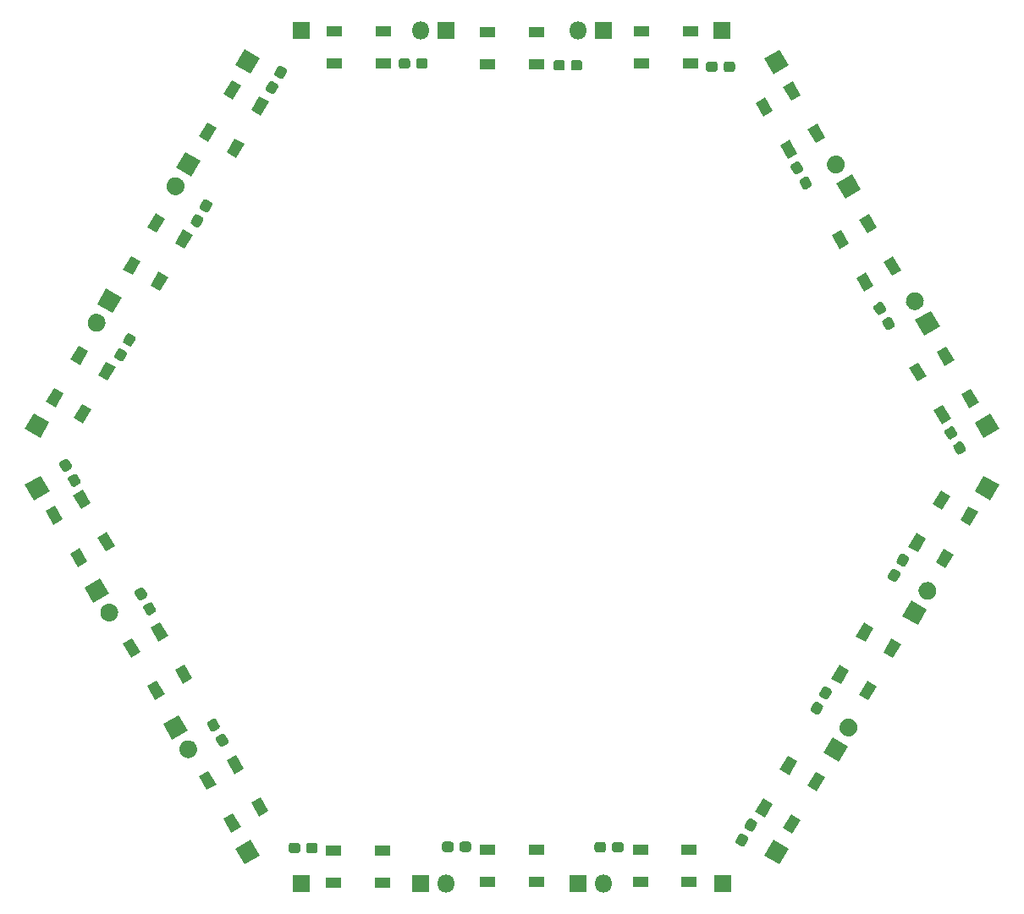
<source format=gts>
%TF.GenerationSoftware,KiCad,Pcbnew,(5.1.6-0-10_14)*%
%TF.CreationDate,2022-03-25T15:42:39-05:00*%
%TF.ProjectId,ws2812b_hexagon_BACKUP_20220323,77733238-3132-4625-9f68-657861676f6e,rev?*%
%TF.SameCoordinates,Original*%
%TF.FileFunction,Soldermask,Top*%
%TF.FilePolarity,Negative*%
%FSLAX46Y46*%
G04 Gerber Fmt 4.6, Leading zero omitted, Abs format (unit mm)*
G04 Created by KiCad (PCBNEW (5.1.6-0-10_14)) date 2022-03-25 15:42:39*
%MOMM*%
%LPD*%
G01*
G04 APERTURE LIST*
%ADD10C,0.100000*%
%ADD11R,1.800000X1.800000*%
%ADD12O,1.800000X1.800000*%
%ADD13R,1.600000X1.100000*%
G04 APERTURE END LIST*
%TO.C,J22*%
G36*
G01*
X132067028Y-136326694D02*
X132067028Y-136326694D01*
G75*
G02*
X132396451Y-135097271I779423J450000D01*
G01*
X132396451Y-135097271D01*
G75*
G02*
X133625874Y-135426694I450000J-779423D01*
G01*
X133625874Y-135426694D01*
G75*
G02*
X133296451Y-136656117I-779423J-450000D01*
G01*
X133296451Y-136656117D01*
G75*
G02*
X132067028Y-136326694I-450000J779423D01*
G01*
G37*
D10*
G36*
X131247028Y-134906412D02*
G01*
X130347028Y-133347566D01*
X131905874Y-132447566D01*
X132805874Y-134006412D01*
X131247028Y-134906412D01*
G37*
%TD*%
D11*
%TO.C,J18*%
X171862651Y-149293748D03*
D12*
X174402651Y-149293748D03*
%TD*%
D11*
%TO.C,J17*%
X186284307Y-149292789D03*
%TD*%
%TO.C,J20*%
X144197683Y-149296615D03*
%TD*%
D10*
%TO.C,J21*%
G36*
X139117532Y-144936608D02*
G01*
X140017532Y-146495454D01*
X138458686Y-147395454D01*
X137558686Y-145836608D01*
X139117532Y-144936608D01*
G37*
%TD*%
%TO.C,J23*%
G36*
X123349802Y-121224811D02*
G01*
X122449802Y-119665965D01*
X124008648Y-118765965D01*
X124908648Y-120324811D01*
X123349802Y-121224811D01*
G37*
G36*
G01*
X124169802Y-122645093D02*
X124169802Y-122645093D01*
G75*
G02*
X124499225Y-121415670I779423J450000D01*
G01*
X124499225Y-121415670D01*
G75*
G02*
X125728648Y-121745093I450000J-779423D01*
G01*
X125728648Y-121745093D01*
G75*
G02*
X125399225Y-122974516I-779423J-450000D01*
G01*
X125399225Y-122974516D01*
G75*
G02*
X124169802Y-122645093I-450000J779423D01*
G01*
G37*
%TD*%
%TO.C,J24*%
G36*
X118070906Y-108490435D02*
G01*
X118970906Y-110049281D01*
X117412060Y-110949281D01*
X116512060Y-109390435D01*
X118070906Y-108490435D01*
G37*
%TD*%
%TO.C,D18*%
G36*
X121004174Y-116276594D02*
G01*
X121956802Y-115726594D01*
X122756802Y-117112234D01*
X121804174Y-117662234D01*
X121004174Y-116276594D01*
G37*
G36*
X123775456Y-114676594D02*
G01*
X124728084Y-114126594D01*
X125528084Y-115512234D01*
X124575456Y-116062234D01*
X123775456Y-114676594D01*
G37*
G36*
X118554174Y-112033070D02*
G01*
X119506802Y-111483070D01*
X120306802Y-112868710D01*
X119354174Y-113418710D01*
X118554174Y-112033070D01*
G37*
G36*
X121325456Y-110433070D02*
G01*
X122278084Y-109883070D01*
X123078084Y-111268710D01*
X122125456Y-111818710D01*
X121325456Y-110433070D01*
G37*
%TD*%
D12*
%TO.C,J19*%
X158605424Y-149292147D03*
D11*
X156065424Y-149292147D03*
%TD*%
D10*
%TO.C,D16*%
G36*
X136361597Y-142828579D02*
G01*
X137314225Y-142278579D01*
X138114225Y-143664219D01*
X137161597Y-144214219D01*
X136361597Y-142828579D01*
G37*
G36*
X139132879Y-141228579D02*
G01*
X140085507Y-140678579D01*
X140885507Y-142064219D01*
X139932879Y-142614219D01*
X139132879Y-141228579D01*
G37*
G36*
X133911597Y-138585055D02*
G01*
X134864225Y-138035055D01*
X135664225Y-139420695D01*
X134711597Y-139970695D01*
X133911597Y-138585055D01*
G37*
G36*
X136682879Y-136985055D02*
G01*
X137635507Y-136435055D01*
X138435507Y-137820695D01*
X137482879Y-138370695D01*
X136682879Y-136985055D01*
G37*
%TD*%
%TO.C,J14*%
G36*
G01*
X207584696Y-120473840D02*
X207584696Y-120473840D01*
G75*
G02*
X206355273Y-120803263I-779423J450000D01*
G01*
X206355273Y-120803263D01*
G75*
G02*
X206025850Y-119573840I450000J779423D01*
G01*
X206025850Y-119573840D01*
G75*
G02*
X207255273Y-119244417I779423J-450000D01*
G01*
X207255273Y-119244417D01*
G75*
G02*
X207584696Y-120473840I-450000J-779423D01*
G01*
G37*
G36*
X206764696Y-121894122D02*
G01*
X205864696Y-123452968D01*
X204305850Y-122552968D01*
X205205850Y-120994122D01*
X206764696Y-121894122D01*
G37*
%TD*%
%TO.C,J15*%
G36*
X198864696Y-135574121D02*
G01*
X197964696Y-137132967D01*
X196405850Y-136232967D01*
X197305850Y-134674121D01*
X198864696Y-135574121D01*
G37*
G36*
G01*
X199684696Y-134153839D02*
X199684696Y-134153839D01*
G75*
G02*
X198455273Y-134483262I-779423J450000D01*
G01*
X198455273Y-134483262D01*
G75*
G02*
X198125850Y-133253839I450000J779423D01*
G01*
X198125850Y-133253839D01*
G75*
G02*
X199355273Y-132924416I779423J-450000D01*
G01*
X199355273Y-132924416D01*
G75*
G02*
X199684696Y-134153839I-450000J-779423D01*
G01*
G37*
%TD*%
%TO.C,J13*%
G36*
X211515849Y-110062968D02*
G01*
X212415849Y-108504122D01*
X213974695Y-109404122D01*
X213074695Y-110962968D01*
X211515849Y-110062968D01*
G37*
%TD*%
%TO.C,D10*%
G36*
X205840947Y-116143126D02*
G01*
X204888319Y-115593126D01*
X205688319Y-114207486D01*
X206640947Y-114757486D01*
X205840947Y-116143126D01*
G37*
G36*
X208612229Y-117743126D02*
G01*
X207659601Y-117193126D01*
X208459601Y-115807486D01*
X209412229Y-116357486D01*
X208612229Y-117743126D01*
G37*
G36*
X208290947Y-111899602D02*
G01*
X207338319Y-111349602D01*
X208138319Y-109963962D01*
X209090947Y-110513962D01*
X208290947Y-111899602D01*
G37*
G36*
X211062229Y-113499602D02*
G01*
X210109601Y-112949602D01*
X210909601Y-111563962D01*
X211862229Y-112113962D01*
X211062229Y-113499602D01*
G37*
%TD*%
%TO.C,J16*%
G36*
X190475850Y-146512967D02*
G01*
X191375850Y-144954121D01*
X192934696Y-145854121D01*
X192034696Y-147412967D01*
X190475850Y-146512967D01*
G37*
%TD*%
%TO.C,D12*%
G36*
X195752228Y-140079602D02*
G01*
X194799600Y-139529602D01*
X195599600Y-138143962D01*
X196552228Y-138693962D01*
X195752228Y-140079602D01*
G37*
G36*
X192980946Y-138479602D02*
G01*
X192028318Y-137929602D01*
X192828318Y-136543962D01*
X193780946Y-137093962D01*
X192980946Y-138479602D01*
G37*
G36*
X193302228Y-144323126D02*
G01*
X192349600Y-143773126D01*
X193149600Y-142387486D01*
X194102228Y-142937486D01*
X193302228Y-144323126D01*
G37*
G36*
X190530946Y-142723126D02*
G01*
X189578318Y-142173126D01*
X190378318Y-140787486D01*
X191330946Y-141337486D01*
X190530946Y-142723126D01*
G37*
%TD*%
%TO.C,D11*%
G36*
X203362228Y-126729602D02*
G01*
X202409600Y-126179602D01*
X203209600Y-124793962D01*
X204162228Y-125343962D01*
X203362228Y-126729602D01*
G37*
G36*
X200590946Y-125129602D02*
G01*
X199638318Y-124579602D01*
X200438318Y-123193962D01*
X201390946Y-123743962D01*
X200590946Y-125129602D01*
G37*
G36*
X200912228Y-130973126D02*
G01*
X199959600Y-130423126D01*
X200759600Y-129037486D01*
X201712228Y-129587486D01*
X200912228Y-130973126D01*
G37*
G36*
X198140946Y-129373126D02*
G01*
X197188318Y-128823126D01*
X197988318Y-127437486D01*
X198940946Y-127987486D01*
X198140946Y-129373126D01*
G37*
%TD*%
%TO.C,D9*%
G36*
X209167678Y-102770211D02*
G01*
X208215050Y-103320211D01*
X207415050Y-101934571D01*
X208367678Y-101384571D01*
X209167678Y-102770211D01*
G37*
G36*
X211938960Y-101170211D02*
G01*
X210986332Y-101720211D01*
X210186332Y-100334571D01*
X211138960Y-99784571D01*
X211938960Y-101170211D01*
G37*
G36*
X206717678Y-98526687D02*
G01*
X205765050Y-99076687D01*
X204965050Y-97691047D01*
X205917678Y-97141047D01*
X206717678Y-98526687D01*
G37*
G36*
X209488960Y-96926687D02*
G01*
X208536332Y-97476687D01*
X207736332Y-96091047D01*
X208688960Y-95541047D01*
X209488960Y-96926687D01*
G37*
%TD*%
%TO.C,D7*%
G36*
X194125004Y-70377838D02*
G01*
X193172376Y-70927838D01*
X192372376Y-69542198D01*
X193325004Y-68992198D01*
X194125004Y-70377838D01*
G37*
G36*
X191353722Y-71977838D02*
G01*
X190401094Y-72527838D01*
X189601094Y-71142198D01*
X190553722Y-70592198D01*
X191353722Y-71977838D01*
G37*
G36*
X196575004Y-74621362D02*
G01*
X195622376Y-75171362D01*
X194822376Y-73785722D01*
X195775004Y-73235722D01*
X196575004Y-74621362D01*
G37*
G36*
X193803722Y-76221362D02*
G01*
X192851094Y-76771362D01*
X192051094Y-75385722D01*
X193003722Y-74835722D01*
X193803722Y-76221362D01*
G37*
%TD*%
%TO.C,J12*%
G36*
X212422227Y-104712847D02*
G01*
X211522227Y-103154001D01*
X213081073Y-102254001D01*
X213981073Y-103812847D01*
X212422227Y-104712847D01*
G37*
%TD*%
%TO.C,J9*%
G36*
X191375602Y-68266675D02*
G01*
X190475602Y-66707829D01*
X192034448Y-65807829D01*
X192934448Y-67366675D01*
X191375602Y-68266675D01*
G37*
%TD*%
%TO.C,J10*%
G36*
X199246106Y-78296870D02*
G01*
X200146106Y-79855716D01*
X198587260Y-80755716D01*
X197687260Y-79196870D01*
X199246106Y-78296870D01*
G37*
G36*
G01*
X198426106Y-76876588D02*
X198426106Y-76876588D01*
G75*
G02*
X198096683Y-78106011I-779423J-450000D01*
G01*
X198096683Y-78106011D01*
G75*
G02*
X196867260Y-77776588I-450000J779423D01*
G01*
X196867260Y-77776588D01*
G75*
G02*
X197196683Y-76547165I779423J450000D01*
G01*
X197196683Y-76547165D01*
G75*
G02*
X198426106Y-76876588I450000J-779423D01*
G01*
G37*
%TD*%
%TO.C,J11*%
G36*
G01*
X206323333Y-90558188D02*
X206323333Y-90558188D01*
G75*
G02*
X205993910Y-91787611I-779423J-450000D01*
G01*
X205993910Y-91787611D01*
G75*
G02*
X204764487Y-91458188I-450000J779423D01*
G01*
X204764487Y-91458188D01*
G75*
G02*
X205093910Y-90228765I779423J450000D01*
G01*
X205093910Y-90228765D01*
G75*
G02*
X206323333Y-90558188I450000J-779423D01*
G01*
G37*
G36*
X207143333Y-91978470D02*
G01*
X208043333Y-93537316D01*
X206484487Y-94437316D01*
X205584487Y-92878470D01*
X207143333Y-91978470D01*
G37*
%TD*%
%TO.C,D8*%
G36*
X201411238Y-89504759D02*
G01*
X200458610Y-90054759D01*
X199658610Y-88669119D01*
X200611238Y-88119119D01*
X201411238Y-89504759D01*
G37*
G36*
X204182520Y-87904759D02*
G01*
X203229892Y-88454759D01*
X202429892Y-87069119D01*
X203382520Y-86519119D01*
X204182520Y-87904759D01*
G37*
G36*
X198961238Y-85261235D02*
G01*
X198008610Y-85811235D01*
X197208610Y-84425595D01*
X198161238Y-83875595D01*
X198961238Y-85261235D01*
G37*
G36*
X201732520Y-83661235D02*
G01*
X200779892Y-84211235D01*
X199979892Y-82825595D01*
X200932520Y-82275595D01*
X201732520Y-83661235D01*
G37*
%TD*%
D12*
%TO.C,J6*%
X156074808Y-63896332D03*
D11*
X158614808Y-63896332D03*
%TD*%
%TO.C,J7*%
X174412035Y-63897933D03*
D12*
X171872035Y-63897933D03*
%TD*%
D11*
%TO.C,J5*%
X144193151Y-63897289D03*
%TD*%
D13*
%TO.C,D4*%
X152396174Y-67221819D03*
X152396174Y-64021819D03*
X147496174Y-67221819D03*
X147496174Y-64021819D03*
%TD*%
D11*
%TO.C,J8*%
X186279776Y-63893464D03*
%TD*%
D13*
%TO.C,D6*%
X178170130Y-63990669D03*
X178170130Y-67190669D03*
X183070130Y-63990669D03*
X183070130Y-67190669D03*
%TD*%
%TO.C,D5*%
X162803691Y-64075216D03*
X162803691Y-67275216D03*
X167703691Y-64075216D03*
X167703691Y-67275216D03*
%TD*%
D10*
%TO.C,D3*%
G36*
X139951525Y-70477244D02*
G01*
X140904153Y-71027244D01*
X140104153Y-72412884D01*
X139151525Y-71862884D01*
X139951525Y-70477244D01*
G37*
G36*
X137180243Y-68877244D02*
G01*
X138132871Y-69427244D01*
X137332871Y-70812884D01*
X136380243Y-70262884D01*
X137180243Y-68877244D01*
G37*
G36*
X137501525Y-74720768D02*
G01*
X138454153Y-75270768D01*
X137654153Y-76656408D01*
X136701525Y-76106408D01*
X137501525Y-74720768D01*
G37*
G36*
X134730243Y-73120768D02*
G01*
X135682871Y-73670768D01*
X134882871Y-75056408D01*
X133930243Y-74506408D01*
X134730243Y-73120768D01*
G37*
%TD*%
%TO.C,D1*%
G36*
X119420243Y-99700768D02*
G01*
X120372871Y-100250768D01*
X119572871Y-101636408D01*
X118620243Y-101086408D01*
X119420243Y-99700768D01*
G37*
G36*
X122191525Y-101300768D02*
G01*
X123144153Y-101850768D01*
X122344153Y-103236408D01*
X121391525Y-102686408D01*
X122191525Y-101300768D01*
G37*
G36*
X121870243Y-95457244D02*
G01*
X122822871Y-96007244D01*
X122022871Y-97392884D01*
X121070243Y-96842884D01*
X121870243Y-95457244D01*
G37*
G36*
X124641525Y-97057244D02*
G01*
X125594153Y-97607244D01*
X124794153Y-98992884D01*
X123841525Y-98442884D01*
X124641525Y-97057244D01*
G37*
%TD*%
%TO.C,J4*%
G36*
X140006622Y-66687403D02*
G01*
X139106622Y-68246249D01*
X137547776Y-67346249D01*
X138447776Y-65787403D01*
X140006622Y-66687403D01*
G37*
%TD*%
%TO.C,J1*%
G36*
X118966623Y-103137401D02*
G01*
X118066623Y-104696247D01*
X116507777Y-103796247D01*
X117407777Y-102237401D01*
X118966623Y-103137401D01*
G37*
%TD*%
%TO.C,J2*%
G36*
X123717775Y-91306248D02*
G01*
X124617775Y-89747402D01*
X126176621Y-90647402D01*
X125276621Y-92206248D01*
X123717775Y-91306248D01*
G37*
G36*
G01*
X122897775Y-92726530D02*
X122897775Y-92726530D01*
G75*
G02*
X124127198Y-92397107I779423J-450000D01*
G01*
X124127198Y-92397107D01*
G75*
G02*
X124456621Y-93626530I-450000J-779423D01*
G01*
X124456621Y-93626530D01*
G75*
G02*
X123227198Y-93955953I-779423J450000D01*
G01*
X123227198Y-93955953D01*
G75*
G02*
X122897775Y-92726530I450000J779423D01*
G01*
G37*
%TD*%
%TO.C,J3*%
G36*
G01*
X130797775Y-79046531D02*
X130797775Y-79046531D01*
G75*
G02*
X132027198Y-78717108I779423J-450000D01*
G01*
X132027198Y-78717108D01*
G75*
G02*
X132356621Y-79946531I-450000J-779423D01*
G01*
X132356621Y-79946531D01*
G75*
G02*
X131127198Y-80275954I-779423J450000D01*
G01*
X131127198Y-80275954D01*
G75*
G02*
X130797775Y-79046531I450000J779423D01*
G01*
G37*
G36*
X131617775Y-77626249D02*
G01*
X132517775Y-76067403D01*
X134076621Y-76967403D01*
X133176621Y-78526249D01*
X131617775Y-77626249D01*
G37*
%TD*%
%TO.C,D2*%
G36*
X132341526Y-83827244D02*
G01*
X133294154Y-84377244D01*
X132494154Y-85762884D01*
X131541526Y-85212884D01*
X132341526Y-83827244D01*
G37*
G36*
X129570244Y-82227244D02*
G01*
X130522872Y-82777244D01*
X129722872Y-84162884D01*
X128770244Y-83612884D01*
X129570244Y-82227244D01*
G37*
G36*
X129891526Y-88070768D02*
G01*
X130844154Y-88620768D01*
X130044154Y-90006408D01*
X129091526Y-89456408D01*
X129891526Y-88070768D01*
G37*
G36*
X127120244Y-86470768D02*
G01*
X128072872Y-87020768D01*
X127272872Y-88406408D01*
X126320244Y-87856408D01*
X127120244Y-86470768D01*
G37*
%TD*%
D13*
%TO.C,D13*%
X178074753Y-145971394D03*
X178074753Y-149171394D03*
X182974753Y-145971394D03*
X182974753Y-149171394D03*
%TD*%
%TO.C,D15*%
X152300797Y-149202545D03*
X152300797Y-146002545D03*
X147400797Y-149202545D03*
X147400797Y-146002545D03*
%TD*%
%TO.C,D14*%
X167667236Y-149117998D03*
X167667236Y-145917998D03*
X162767236Y-149117998D03*
X162767236Y-145917998D03*
%TD*%
D10*
%TO.C,D17*%
G36*
X129075363Y-123701658D02*
G01*
X130027991Y-123151658D01*
X130827991Y-124537298D01*
X129875363Y-125087298D01*
X129075363Y-123701658D01*
G37*
G36*
X126304081Y-125301658D02*
G01*
X127256709Y-124751658D01*
X128056709Y-126137298D01*
X127104081Y-126687298D01*
X126304081Y-125301658D01*
G37*
G36*
X131525363Y-127945182D02*
G01*
X132477991Y-127395182D01*
X133277991Y-128780822D01*
X132325363Y-129330822D01*
X131525363Y-127945182D01*
G37*
G36*
X128754081Y-129545182D02*
G01*
X129706709Y-128995182D01*
X130506709Y-130380822D01*
X129554081Y-130930822D01*
X128754081Y-129545182D01*
G37*
%TD*%
%TO.C,C1*%
G36*
G01*
X171130000Y-67652500D02*
X171130000Y-67127500D01*
G75*
G02*
X171392500Y-66865000I262500J0D01*
G01*
X172017500Y-66865000D01*
G75*
G02*
X172280000Y-67127500I0J-262500D01*
G01*
X172280000Y-67652500D01*
G75*
G02*
X172017500Y-67915000I-262500J0D01*
G01*
X171392500Y-67915000D01*
G75*
G02*
X171130000Y-67652500I0J262500D01*
G01*
G37*
G36*
G01*
X169380000Y-67652500D02*
X169380000Y-67127500D01*
G75*
G02*
X169642500Y-66865000I262500J0D01*
G01*
X170267500Y-66865000D01*
G75*
G02*
X170530000Y-67127500I0J-262500D01*
G01*
X170530000Y-67652500D01*
G75*
G02*
X170267500Y-67915000I-262500J0D01*
G01*
X169642500Y-67915000D01*
G75*
G02*
X169380000Y-67652500I0J262500D01*
G01*
G37*
%TD*%
%TO.C,C2*%
G36*
G01*
X159400000Y-145387500D02*
X159400000Y-145912500D01*
G75*
G02*
X159137500Y-146175000I-262500J0D01*
G01*
X158512500Y-146175000D01*
G75*
G02*
X158250000Y-145912500I0J262500D01*
G01*
X158250000Y-145387500D01*
G75*
G02*
X158512500Y-145125000I262500J0D01*
G01*
X159137500Y-145125000D01*
G75*
G02*
X159400000Y-145387500I0J-262500D01*
G01*
G37*
G36*
G01*
X161150000Y-145387500D02*
X161150000Y-145912500D01*
G75*
G02*
X160887500Y-146175000I-262500J0D01*
G01*
X160262500Y-146175000D01*
G75*
G02*
X160000000Y-145912500I0J262500D01*
G01*
X160000000Y-145387500D01*
G75*
G02*
X160262500Y-145125000I262500J0D01*
G01*
X160887500Y-145125000D01*
G75*
G02*
X161150000Y-145387500I0J-262500D01*
G01*
G37*
%TD*%
%TO.C,C3*%
G36*
G01*
X153905000Y-67472500D02*
X153905000Y-66947500D01*
G75*
G02*
X154167500Y-66685000I262500J0D01*
G01*
X154792500Y-66685000D01*
G75*
G02*
X155055000Y-66947500I0J-262500D01*
G01*
X155055000Y-67472500D01*
G75*
G02*
X154792500Y-67735000I-262500J0D01*
G01*
X154167500Y-67735000D01*
G75*
G02*
X153905000Y-67472500I0J262500D01*
G01*
G37*
G36*
G01*
X155655000Y-67472500D02*
X155655000Y-66947500D01*
G75*
G02*
X155917500Y-66685000I262500J0D01*
G01*
X156542500Y-66685000D01*
G75*
G02*
X156805000Y-66947500I0J-262500D01*
G01*
X156805000Y-67472500D01*
G75*
G02*
X156542500Y-67735000I-262500J0D01*
G01*
X155917500Y-67735000D01*
G75*
G02*
X155655000Y-67472500I0J262500D01*
G01*
G37*
%TD*%
%TO.C,C4*%
G36*
G01*
X128624832Y-120676715D02*
X128170168Y-120939215D01*
G75*
G02*
X127811586Y-120843133I-131250J227332D01*
G01*
X127499086Y-120301867D01*
G75*
G02*
X127595168Y-119943285I227332J131250D01*
G01*
X128049832Y-119680785D01*
G75*
G02*
X128408414Y-119776867I131250J-227332D01*
G01*
X128720914Y-120318133D01*
G75*
G02*
X128624832Y-120676715I-227332J-131250D01*
G01*
G37*
G36*
G01*
X129499832Y-122192259D02*
X129045168Y-122454759D01*
G75*
G02*
X128686586Y-122358677I-131250J227332D01*
G01*
X128374086Y-121817411D01*
G75*
G02*
X128470168Y-121458829I227332J131250D01*
G01*
X128924832Y-121196329D01*
G75*
G02*
X129283414Y-121292411I131250J-227332D01*
G01*
X129595914Y-121833677D01*
G75*
G02*
X129499832Y-122192259I-227332J-131250D01*
G01*
G37*
%TD*%
%TO.C,C5*%
G36*
G01*
X209510168Y-105348829D02*
X209964832Y-105086329D01*
G75*
G02*
X210323414Y-105182411I131250J-227332D01*
G01*
X210635914Y-105723677D01*
G75*
G02*
X210539832Y-106082259I-227332J-131250D01*
G01*
X210085168Y-106344759D01*
G75*
G02*
X209726586Y-106248677I-131250J227332D01*
G01*
X209414086Y-105707411D01*
G75*
G02*
X209510168Y-105348829I227332J131250D01*
G01*
G37*
G36*
G01*
X208635168Y-103833285D02*
X209089832Y-103570785D01*
G75*
G02*
X209448414Y-103666867I131250J-227332D01*
G01*
X209760914Y-104208133D01*
G75*
G02*
X209664832Y-104566715I-227332J-131250D01*
G01*
X209210168Y-104829215D01*
G75*
G02*
X208851586Y-104733133I-131250J227332D01*
G01*
X208539086Y-104191867D01*
G75*
G02*
X208635168Y-103833285I227332J131250D01*
G01*
G37*
%TD*%
%TO.C,C6*%
G36*
G01*
X186405000Y-67802500D02*
X186405000Y-67277500D01*
G75*
G02*
X186667500Y-67015000I262500J0D01*
G01*
X187292500Y-67015000D01*
G75*
G02*
X187555000Y-67277500I0J-262500D01*
G01*
X187555000Y-67802500D01*
G75*
G02*
X187292500Y-68065000I-262500J0D01*
G01*
X186667500Y-68065000D01*
G75*
G02*
X186405000Y-67802500I0J262500D01*
G01*
G37*
G36*
G01*
X184655000Y-67802500D02*
X184655000Y-67277500D01*
G75*
G02*
X184917500Y-67015000I262500J0D01*
G01*
X185542500Y-67015000D01*
G75*
G02*
X185805000Y-67277500I0J-262500D01*
G01*
X185805000Y-67802500D01*
G75*
G02*
X185542500Y-68065000I-262500J0D01*
G01*
X184917500Y-68065000D01*
G75*
G02*
X184655000Y-67802500I0J262500D01*
G01*
G37*
%TD*%
%TO.C,C7*%
G36*
G01*
X135887332Y-133828943D02*
X135432668Y-134091443D01*
G75*
G02*
X135074086Y-133995361I-131250J227332D01*
G01*
X134761586Y-133454095D01*
G75*
G02*
X134857668Y-133095513I227332J131250D01*
G01*
X135312332Y-132833013D01*
G75*
G02*
X135670914Y-132929095I131250J-227332D01*
G01*
X135983414Y-133470361D01*
G75*
G02*
X135887332Y-133828943I-227332J-131250D01*
G01*
G37*
G36*
G01*
X136762332Y-135344487D02*
X136307668Y-135606987D01*
G75*
G02*
X135949086Y-135510905I-131250J227332D01*
G01*
X135636586Y-134969639D01*
G75*
G02*
X135732668Y-134611057I227332J131250D01*
G01*
X136187332Y-134348557D01*
G75*
G02*
X136545914Y-134444639I131250J-227332D01*
G01*
X136858414Y-134985905D01*
G75*
G02*
X136762332Y-135344487I-227332J-131250D01*
G01*
G37*
%TD*%
%TO.C,C8*%
G36*
G01*
X121084832Y-107806715D02*
X120630168Y-108069215D01*
G75*
G02*
X120271586Y-107973133I-131250J227332D01*
G01*
X119959086Y-107431867D01*
G75*
G02*
X120055168Y-107073285I227332J131250D01*
G01*
X120509832Y-106810785D01*
G75*
G02*
X120868414Y-106906867I131250J-227332D01*
G01*
X121180914Y-107448133D01*
G75*
G02*
X121084832Y-107806715I-227332J-131250D01*
G01*
G37*
G36*
G01*
X121959832Y-109322259D02*
X121505168Y-109584759D01*
G75*
G02*
X121146586Y-109488677I-131250J227332D01*
G01*
X120834086Y-108947411D01*
G75*
G02*
X120930168Y-108588829I227332J131250D01*
G01*
X121384832Y-108326329D01*
G75*
G02*
X121743414Y-108422411I131250J-227332D01*
G01*
X122055914Y-108963677D01*
G75*
G02*
X121959832Y-109322259I-227332J-131250D01*
G01*
G37*
%TD*%
%TO.C,C9*%
G36*
G01*
X202402668Y-92891057D02*
X202857332Y-92628557D01*
G75*
G02*
X203215914Y-92724639I131250J-227332D01*
G01*
X203528414Y-93265905D01*
G75*
G02*
X203432332Y-93624487I-227332J-131250D01*
G01*
X202977668Y-93886987D01*
G75*
G02*
X202619086Y-93790905I-131250J227332D01*
G01*
X202306586Y-93249639D01*
G75*
G02*
X202402668Y-92891057I227332J131250D01*
G01*
G37*
G36*
G01*
X201527668Y-91375513D02*
X201982332Y-91113013D01*
G75*
G02*
X202340914Y-91209095I131250J-227332D01*
G01*
X202653414Y-91750361D01*
G75*
G02*
X202557332Y-92108943I-227332J-131250D01*
G01*
X202102668Y-92371443D01*
G75*
G02*
X201744086Y-92275361I-131250J227332D01*
G01*
X201431586Y-91734095D01*
G75*
G02*
X201527668Y-91375513I227332J131250D01*
G01*
G37*
%TD*%
%TO.C,C10*%
G36*
G01*
X145805000Y-145507500D02*
X145805000Y-146032500D01*
G75*
G02*
X145542500Y-146295000I-262500J0D01*
G01*
X144917500Y-146295000D01*
G75*
G02*
X144655000Y-146032500I0J262500D01*
G01*
X144655000Y-145507500D01*
G75*
G02*
X144917500Y-145245000I262500J0D01*
G01*
X145542500Y-145245000D01*
G75*
G02*
X145805000Y-145507500I0J-262500D01*
G01*
G37*
G36*
G01*
X144055000Y-145507500D02*
X144055000Y-146032500D01*
G75*
G02*
X143792500Y-146295000I-262500J0D01*
G01*
X143167500Y-146295000D01*
G75*
G02*
X142905000Y-146032500I0J262500D01*
G01*
X142905000Y-145507500D01*
G75*
G02*
X143167500Y-145245000I262500J0D01*
G01*
X143792500Y-145245000D01*
G75*
G02*
X144055000Y-145507500I0J-262500D01*
G01*
G37*
%TD*%
%TO.C,C11*%
G36*
G01*
X193227668Y-77295513D02*
X193682332Y-77033013D01*
G75*
G02*
X194040914Y-77129095I131250J-227332D01*
G01*
X194353414Y-77670361D01*
G75*
G02*
X194257332Y-78028943I-227332J-131250D01*
G01*
X193802668Y-78291443D01*
G75*
G02*
X193444086Y-78195361I-131250J227332D01*
G01*
X193131586Y-77654095D01*
G75*
G02*
X193227668Y-77295513I227332J131250D01*
G01*
G37*
G36*
G01*
X194102668Y-78811057D02*
X194557332Y-78548557D01*
G75*
G02*
X194915914Y-78644639I131250J-227332D01*
G01*
X195228414Y-79185905D01*
G75*
G02*
X195132332Y-79544487I-227332J-131250D01*
G01*
X194677668Y-79806987D01*
G75*
G02*
X194319086Y-79710905I-131250J227332D01*
G01*
X194006586Y-79169639D01*
G75*
G02*
X194102668Y-78811057I227332J131250D01*
G01*
G37*
%TD*%
%TO.C,C12*%
G36*
G01*
X176395000Y-145427500D02*
X176395000Y-145952500D01*
G75*
G02*
X176132500Y-146215000I-262500J0D01*
G01*
X175507500Y-146215000D01*
G75*
G02*
X175245000Y-145952500I0J262500D01*
G01*
X175245000Y-145427500D01*
G75*
G02*
X175507500Y-145165000I262500J0D01*
G01*
X176132500Y-145165000D01*
G75*
G02*
X176395000Y-145427500I0J-262500D01*
G01*
G37*
G36*
G01*
X174645000Y-145427500D02*
X174645000Y-145952500D01*
G75*
G02*
X174382500Y-146215000I-262500J0D01*
G01*
X173757500Y-146215000D01*
G75*
G02*
X173495000Y-145952500I0J262500D01*
G01*
X173495000Y-145427500D01*
G75*
G02*
X173757500Y-145165000I262500J0D01*
G01*
X174382500Y-145165000D01*
G75*
G02*
X174645000Y-145427500I0J-262500D01*
G01*
G37*
%TD*%
%TO.C,C13*%
G36*
G01*
X196667668Y-129623013D02*
X197122332Y-129885513D01*
G75*
G02*
X197218414Y-130244095I-131250J-227332D01*
G01*
X196905914Y-130785361D01*
G75*
G02*
X196547332Y-130881443I-227332J131250D01*
G01*
X196092668Y-130618943D01*
G75*
G02*
X195996586Y-130260361I131250J227332D01*
G01*
X196309086Y-129719095D01*
G75*
G02*
X196667668Y-129623013I227332J-131250D01*
G01*
G37*
G36*
G01*
X195792668Y-131138557D02*
X196247332Y-131401057D01*
G75*
G02*
X196343414Y-131759639I-131250J-227332D01*
G01*
X196030914Y-132300905D01*
G75*
G02*
X195672332Y-132396987I-227332J131250D01*
G01*
X195217668Y-132134487D01*
G75*
G02*
X195121586Y-131775905I131250J227332D01*
G01*
X195434086Y-131234639D01*
G75*
G02*
X195792668Y-131138557I227332J-131250D01*
G01*
G37*
%TD*%
%TO.C,C14*%
G36*
G01*
X141164832Y-70254759D02*
X140710168Y-69992259D01*
G75*
G02*
X140614086Y-69633677I131250J227332D01*
G01*
X140926586Y-69092411D01*
G75*
G02*
X141285168Y-68996329I227332J-131250D01*
G01*
X141739832Y-69258829D01*
G75*
G02*
X141835914Y-69617411I-131250J-227332D01*
G01*
X141523414Y-70158677D01*
G75*
G02*
X141164832Y-70254759I-227332J131250D01*
G01*
G37*
G36*
G01*
X142039832Y-68739215D02*
X141585168Y-68476715D01*
G75*
G02*
X141489086Y-68118133I131250J227332D01*
G01*
X141801586Y-67576867D01*
G75*
G02*
X142160168Y-67480785I227332J-131250D01*
G01*
X142614832Y-67743285D01*
G75*
G02*
X142710914Y-68101867I-131250J-227332D01*
G01*
X142398414Y-68643133D01*
G75*
G02*
X142039832Y-68739215I-227332J131250D01*
G01*
G37*
%TD*%
%TO.C,C15*%
G36*
G01*
X188302668Y-144358557D02*
X188757332Y-144621057D01*
G75*
G02*
X188853414Y-144979639I-131250J-227332D01*
G01*
X188540914Y-145520905D01*
G75*
G02*
X188182332Y-145616987I-227332J131250D01*
G01*
X187727668Y-145354487D01*
G75*
G02*
X187631586Y-144995905I131250J227332D01*
G01*
X187944086Y-144454639D01*
G75*
G02*
X188302668Y-144358557I227332J-131250D01*
G01*
G37*
G36*
G01*
X189177668Y-142843013D02*
X189632332Y-143105513D01*
G75*
G02*
X189728414Y-143464095I-131250J-227332D01*
G01*
X189415914Y-144005361D01*
G75*
G02*
X189057332Y-144101443I-227332J131250D01*
G01*
X188602668Y-143838943D01*
G75*
G02*
X188506586Y-143480361I131250J227332D01*
G01*
X188819086Y-142939095D01*
G75*
G02*
X189177668Y-142843013I227332J-131250D01*
G01*
G37*
%TD*%
%TO.C,C16*%
G36*
G01*
X133684832Y-83594759D02*
X133230168Y-83332259D01*
G75*
G02*
X133134086Y-82973677I131250J227332D01*
G01*
X133446586Y-82432411D01*
G75*
G02*
X133805168Y-82336329I227332J-131250D01*
G01*
X134259832Y-82598829D01*
G75*
G02*
X134355914Y-82957411I-131250J-227332D01*
G01*
X134043414Y-83498677D01*
G75*
G02*
X133684832Y-83594759I-227332J131250D01*
G01*
G37*
G36*
G01*
X134559832Y-82079215D02*
X134105168Y-81816715D01*
G75*
G02*
X134009086Y-81458133I131250J227332D01*
G01*
X134321586Y-80916867D01*
G75*
G02*
X134680168Y-80820785I227332J-131250D01*
G01*
X135134832Y-81083285D01*
G75*
G02*
X135230914Y-81441867I-131250J-227332D01*
G01*
X134918414Y-81983133D01*
G75*
G02*
X134559832Y-82079215I-227332J131250D01*
G01*
G37*
%TD*%
%TO.C,C17*%
G36*
G01*
X204407668Y-116323013D02*
X204862332Y-116585513D01*
G75*
G02*
X204958414Y-116944095I-131250J-227332D01*
G01*
X204645914Y-117485361D01*
G75*
G02*
X204287332Y-117581443I-227332J131250D01*
G01*
X203832668Y-117318943D01*
G75*
G02*
X203736586Y-116960361I131250J227332D01*
G01*
X204049086Y-116419095D01*
G75*
G02*
X204407668Y-116323013I227332J-131250D01*
G01*
G37*
G36*
G01*
X203532668Y-117838557D02*
X203987332Y-118101057D01*
G75*
G02*
X204083414Y-118459639I-131250J-227332D01*
G01*
X203770914Y-119000905D01*
G75*
G02*
X203412332Y-119096987I-227332J131250D01*
G01*
X202957668Y-118834487D01*
G75*
G02*
X202861586Y-118475905I131250J227332D01*
G01*
X203174086Y-117934639D01*
G75*
G02*
X203532668Y-117838557I227332J-131250D01*
G01*
G37*
%TD*%
%TO.C,C18*%
G36*
G01*
X126029832Y-97029215D02*
X125575168Y-96766715D01*
G75*
G02*
X125479086Y-96408133I131250J227332D01*
G01*
X125791586Y-95866867D01*
G75*
G02*
X126150168Y-95770785I227332J-131250D01*
G01*
X126604832Y-96033285D01*
G75*
G02*
X126700914Y-96391867I-131250J-227332D01*
G01*
X126388414Y-96933133D01*
G75*
G02*
X126029832Y-97029215I-227332J131250D01*
G01*
G37*
G36*
G01*
X126904832Y-95513671D02*
X126450168Y-95251171D01*
G75*
G02*
X126354086Y-94892589I131250J227332D01*
G01*
X126666586Y-94351323D01*
G75*
G02*
X127025168Y-94255241I227332J-131250D01*
G01*
X127479832Y-94517741D01*
G75*
G02*
X127575914Y-94876323I-131250J-227332D01*
G01*
X127263414Y-95417589D01*
G75*
G02*
X126904832Y-95513671I-227332J131250D01*
G01*
G37*
%TD*%
M02*

</source>
